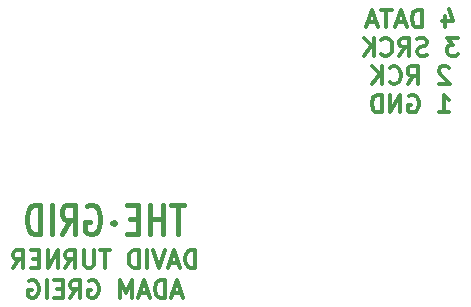
<source format=gbo>
%FSLAX46Y46*%
G04 Gerber Fmt 4.6, Leading zero omitted, Abs format (unit mm)*
G04 Created by KiCad (PCBNEW (2014-jan-25)-product) date Mon 14 Jul 2014 01:36:15 BST*
%MOMM*%
G01*
G04 APERTURE LIST*
%ADD10C,0.100000*%
%ADD11C,0.300000*%
%ADD12C,0.400000*%
%ADD13R,1.397000X1.397000*%
%ADD14C,1.397000*%
%ADD15C,1.778000*%
%ADD16R,1.778000X1.778000*%
%ADD17C,1.676400*%
%ADD18R,5.000000X7.000000*%
%ADD19O,5.000000X7.000000*%
%ADD20C,5.000000*%
%ADD21R,3.000000X3.000000*%
%ADD22C,3.000000*%
G04 APERTURE END LIST*
D10*
D11*
X136512286Y-45208000D02*
X135798000Y-45208000D01*
X136655143Y-45636571D02*
X136155143Y-44136571D01*
X135655143Y-45636571D01*
X135155143Y-45636571D02*
X135155143Y-44136571D01*
X134798000Y-44136571D01*
X134583715Y-44208000D01*
X134440857Y-44350857D01*
X134369429Y-44493714D01*
X134298000Y-44779429D01*
X134298000Y-44993714D01*
X134369429Y-45279429D01*
X134440857Y-45422286D01*
X134583715Y-45565143D01*
X134798000Y-45636571D01*
X135155143Y-45636571D01*
X133726572Y-45208000D02*
X133012286Y-45208000D01*
X133869429Y-45636571D02*
X133369429Y-44136571D01*
X132869429Y-45636571D01*
X132369429Y-45636571D02*
X132369429Y-44136571D01*
X131869429Y-45208000D01*
X131369429Y-44136571D01*
X131369429Y-45636571D01*
X128726572Y-44208000D02*
X128869429Y-44136571D01*
X129083715Y-44136571D01*
X129298000Y-44208000D01*
X129440858Y-44350857D01*
X129512286Y-44493714D01*
X129583715Y-44779429D01*
X129583715Y-44993714D01*
X129512286Y-45279429D01*
X129440858Y-45422286D01*
X129298000Y-45565143D01*
X129083715Y-45636571D01*
X128940858Y-45636571D01*
X128726572Y-45565143D01*
X128655143Y-45493714D01*
X128655143Y-44993714D01*
X128940858Y-44993714D01*
X127155143Y-45636571D02*
X127655143Y-44922286D01*
X128012286Y-45636571D02*
X128012286Y-44136571D01*
X127440858Y-44136571D01*
X127298000Y-44208000D01*
X127226572Y-44279429D01*
X127155143Y-44422286D01*
X127155143Y-44636571D01*
X127226572Y-44779429D01*
X127298000Y-44850857D01*
X127440858Y-44922286D01*
X128012286Y-44922286D01*
X126512286Y-44850857D02*
X126012286Y-44850857D01*
X125798000Y-45636571D02*
X126512286Y-45636571D01*
X126512286Y-44136571D01*
X125798000Y-44136571D01*
X125155143Y-45636571D02*
X125155143Y-44136571D01*
X123655143Y-44208000D02*
X123798000Y-44136571D01*
X124012286Y-44136571D01*
X124226571Y-44208000D01*
X124369429Y-44350857D01*
X124440857Y-44493714D01*
X124512286Y-44779429D01*
X124512286Y-44993714D01*
X124440857Y-45279429D01*
X124369429Y-45422286D01*
X124226571Y-45565143D01*
X124012286Y-45636571D01*
X123869429Y-45636571D01*
X123655143Y-45565143D01*
X123583714Y-45493714D01*
X123583714Y-44993714D01*
X123869429Y-44993714D01*
X137726571Y-43096571D02*
X137726571Y-41596571D01*
X137369428Y-41596571D01*
X137155143Y-41668000D01*
X137012285Y-41810857D01*
X136940857Y-41953714D01*
X136869428Y-42239429D01*
X136869428Y-42453714D01*
X136940857Y-42739429D01*
X137012285Y-42882286D01*
X137155143Y-43025143D01*
X137369428Y-43096571D01*
X137726571Y-43096571D01*
X136298000Y-42668000D02*
X135583714Y-42668000D01*
X136440857Y-43096571D02*
X135940857Y-41596571D01*
X135440857Y-43096571D01*
X135155143Y-41596571D02*
X134655143Y-43096571D01*
X134155143Y-41596571D01*
X133655143Y-43096571D02*
X133655143Y-41596571D01*
X132940857Y-43096571D02*
X132940857Y-41596571D01*
X132583714Y-41596571D01*
X132369429Y-41668000D01*
X132226571Y-41810857D01*
X132155143Y-41953714D01*
X132083714Y-42239429D01*
X132083714Y-42453714D01*
X132155143Y-42739429D01*
X132226571Y-42882286D01*
X132369429Y-43025143D01*
X132583714Y-43096571D01*
X132940857Y-43096571D01*
X130512286Y-41596571D02*
X129655143Y-41596571D01*
X130083714Y-43096571D02*
X130083714Y-41596571D01*
X129155143Y-41596571D02*
X129155143Y-42810857D01*
X129083715Y-42953714D01*
X129012286Y-43025143D01*
X128869429Y-43096571D01*
X128583715Y-43096571D01*
X128440857Y-43025143D01*
X128369429Y-42953714D01*
X128298000Y-42810857D01*
X128298000Y-41596571D01*
X126726571Y-43096571D02*
X127226571Y-42382286D01*
X127583714Y-43096571D02*
X127583714Y-41596571D01*
X127012286Y-41596571D01*
X126869428Y-41668000D01*
X126798000Y-41739429D01*
X126726571Y-41882286D01*
X126726571Y-42096571D01*
X126798000Y-42239429D01*
X126869428Y-42310857D01*
X127012286Y-42382286D01*
X127583714Y-42382286D01*
X126083714Y-43096571D02*
X126083714Y-41596571D01*
X125226571Y-43096571D01*
X125226571Y-41596571D01*
X124512285Y-42310857D02*
X124012285Y-42310857D01*
X123797999Y-43096571D02*
X124512285Y-43096571D01*
X124512285Y-41596571D01*
X123797999Y-41596571D01*
X122297999Y-43096571D02*
X122797999Y-42382286D01*
X123155142Y-43096571D02*
X123155142Y-41596571D01*
X122583714Y-41596571D01*
X122440856Y-41668000D01*
X122369428Y-41739429D01*
X122297999Y-41882286D01*
X122297999Y-42096571D01*
X122369428Y-42239429D01*
X122440856Y-42310857D01*
X122583714Y-42382286D01*
X123155142Y-42382286D01*
D12*
X136809905Y-37746952D02*
X135667048Y-37746952D01*
X136238476Y-40246952D02*
X136238476Y-37746952D01*
X135000381Y-40246952D02*
X135000381Y-37746952D01*
X135000381Y-38937429D02*
X133857523Y-38937429D01*
X133857523Y-40246952D02*
X133857523Y-37746952D01*
X132905143Y-38937429D02*
X132238476Y-38937429D01*
X131952762Y-40246952D02*
X132905143Y-40246952D01*
X132905143Y-37746952D01*
X131952762Y-37746952D01*
X130809904Y-39175524D02*
X130905142Y-39294571D01*
X130809904Y-39413619D01*
X130714666Y-39294571D01*
X130809904Y-39175524D01*
X130809904Y-39413619D01*
X128524189Y-37866000D02*
X128714666Y-37746952D01*
X129000380Y-37746952D01*
X129286094Y-37866000D01*
X129476570Y-38104095D01*
X129571809Y-38342190D01*
X129667047Y-38818381D01*
X129667047Y-39175524D01*
X129571809Y-39651714D01*
X129476570Y-39889810D01*
X129286094Y-40127905D01*
X129000380Y-40246952D01*
X128809904Y-40246952D01*
X128524189Y-40127905D01*
X128428951Y-40008857D01*
X128428951Y-39175524D01*
X128809904Y-39175524D01*
X126428951Y-40246952D02*
X127095618Y-39056476D01*
X127571809Y-40246952D02*
X127571809Y-37746952D01*
X126809904Y-37746952D01*
X126619428Y-37866000D01*
X126524189Y-37985048D01*
X126428951Y-38223143D01*
X126428951Y-38580286D01*
X126524189Y-38818381D01*
X126619428Y-38937429D01*
X126809904Y-39056476D01*
X127571809Y-39056476D01*
X125571809Y-40246952D02*
X125571809Y-37746952D01*
X124619428Y-40246952D02*
X124619428Y-37746952D01*
X124143237Y-37746952D01*
X123857523Y-37866000D01*
X123667047Y-38104095D01*
X123571808Y-38342190D01*
X123476570Y-38818381D01*
X123476570Y-39175524D01*
X123571808Y-39651714D01*
X123667047Y-39889810D01*
X123857523Y-40127905D01*
X124143237Y-40246952D01*
X124619428Y-40246952D01*
D11*
X158848856Y-21732571D02*
X158848856Y-22732571D01*
X159205999Y-21161143D02*
X159563142Y-22232571D01*
X158634570Y-22232571D01*
X156920285Y-22732571D02*
X156920285Y-21232571D01*
X156563142Y-21232571D01*
X156348857Y-21304000D01*
X156205999Y-21446857D01*
X156134571Y-21589714D01*
X156063142Y-21875429D01*
X156063142Y-22089714D01*
X156134571Y-22375429D01*
X156205999Y-22518286D01*
X156348857Y-22661143D01*
X156563142Y-22732571D01*
X156920285Y-22732571D01*
X155491714Y-22304000D02*
X154777428Y-22304000D01*
X155634571Y-22732571D02*
X155134571Y-21232571D01*
X154634571Y-22732571D01*
X154348857Y-21232571D02*
X153491714Y-21232571D01*
X153920285Y-22732571D02*
X153920285Y-21232571D01*
X153063143Y-22304000D02*
X152348857Y-22304000D01*
X153206000Y-22732571D02*
X152706000Y-21232571D01*
X152206000Y-22732571D01*
X159991713Y-23632571D02*
X159063142Y-23632571D01*
X159563142Y-24204000D01*
X159348856Y-24204000D01*
X159205999Y-24275429D01*
X159134570Y-24346857D01*
X159063142Y-24489714D01*
X159063142Y-24846857D01*
X159134570Y-24989714D01*
X159205999Y-25061143D01*
X159348856Y-25132571D01*
X159777428Y-25132571D01*
X159920285Y-25061143D01*
X159991713Y-24989714D01*
X157348857Y-25061143D02*
X157134571Y-25132571D01*
X156777428Y-25132571D01*
X156634571Y-25061143D01*
X156563142Y-24989714D01*
X156491714Y-24846857D01*
X156491714Y-24704000D01*
X156563142Y-24561143D01*
X156634571Y-24489714D01*
X156777428Y-24418286D01*
X157063142Y-24346857D01*
X157206000Y-24275429D01*
X157277428Y-24204000D01*
X157348857Y-24061143D01*
X157348857Y-23918286D01*
X157277428Y-23775429D01*
X157206000Y-23704000D01*
X157063142Y-23632571D01*
X156706000Y-23632571D01*
X156491714Y-23704000D01*
X154991714Y-25132571D02*
X155491714Y-24418286D01*
X155848857Y-25132571D02*
X155848857Y-23632571D01*
X155277429Y-23632571D01*
X155134571Y-23704000D01*
X155063143Y-23775429D01*
X154991714Y-23918286D01*
X154991714Y-24132571D01*
X155063143Y-24275429D01*
X155134571Y-24346857D01*
X155277429Y-24418286D01*
X155848857Y-24418286D01*
X153491714Y-24989714D02*
X153563143Y-25061143D01*
X153777429Y-25132571D01*
X153920286Y-25132571D01*
X154134571Y-25061143D01*
X154277429Y-24918286D01*
X154348857Y-24775429D01*
X154420286Y-24489714D01*
X154420286Y-24275429D01*
X154348857Y-23989714D01*
X154277429Y-23846857D01*
X154134571Y-23704000D01*
X153920286Y-23632571D01*
X153777429Y-23632571D01*
X153563143Y-23704000D01*
X153491714Y-23775429D01*
X152848857Y-25132571D02*
X152848857Y-23632571D01*
X151991714Y-25132571D02*
X152634571Y-24275429D01*
X151991714Y-23632571D02*
X152848857Y-24489714D01*
X159206000Y-26175429D02*
X159134571Y-26104000D01*
X158991714Y-26032571D01*
X158634571Y-26032571D01*
X158491714Y-26104000D01*
X158420285Y-26175429D01*
X158348857Y-26318286D01*
X158348857Y-26461143D01*
X158420285Y-26675429D01*
X159277428Y-27532571D01*
X158348857Y-27532571D01*
X155706000Y-27532571D02*
X156206000Y-26818286D01*
X156563143Y-27532571D02*
X156563143Y-26032571D01*
X155991715Y-26032571D01*
X155848857Y-26104000D01*
X155777429Y-26175429D01*
X155706000Y-26318286D01*
X155706000Y-26532571D01*
X155777429Y-26675429D01*
X155848857Y-26746857D01*
X155991715Y-26818286D01*
X156563143Y-26818286D01*
X154206000Y-27389714D02*
X154277429Y-27461143D01*
X154491715Y-27532571D01*
X154634572Y-27532571D01*
X154848857Y-27461143D01*
X154991715Y-27318286D01*
X155063143Y-27175429D01*
X155134572Y-26889714D01*
X155134572Y-26675429D01*
X155063143Y-26389714D01*
X154991715Y-26246857D01*
X154848857Y-26104000D01*
X154634572Y-26032571D01*
X154491715Y-26032571D01*
X154277429Y-26104000D01*
X154206000Y-26175429D01*
X153563143Y-27532571D02*
X153563143Y-26032571D01*
X152706000Y-27532571D02*
X153348857Y-26675429D01*
X152706000Y-26032571D02*
X153563143Y-26889714D01*
X158384571Y-29932571D02*
X159241714Y-29932571D01*
X158813142Y-29932571D02*
X158813142Y-28432571D01*
X158955999Y-28646857D01*
X159098857Y-28789714D01*
X159241714Y-28861143D01*
X155813143Y-28504000D02*
X155956000Y-28432571D01*
X156170286Y-28432571D01*
X156384571Y-28504000D01*
X156527429Y-28646857D01*
X156598857Y-28789714D01*
X156670286Y-29075429D01*
X156670286Y-29289714D01*
X156598857Y-29575429D01*
X156527429Y-29718286D01*
X156384571Y-29861143D01*
X156170286Y-29932571D01*
X156027429Y-29932571D01*
X155813143Y-29861143D01*
X155741714Y-29789714D01*
X155741714Y-29289714D01*
X156027429Y-29289714D01*
X155098857Y-29932571D02*
X155098857Y-28432571D01*
X154241714Y-29932571D01*
X154241714Y-28432571D01*
X153527428Y-29932571D02*
X153527428Y-28432571D01*
X153170285Y-28432571D01*
X152956000Y-28504000D01*
X152813142Y-28646857D01*
X152741714Y-28789714D01*
X152670285Y-29075429D01*
X152670285Y-29289714D01*
X152741714Y-29575429D01*
X152813142Y-29718286D01*
X152956000Y-29861143D01*
X153170285Y-29932571D01*
X153527428Y-29932571D01*
%LPC*%
D13*
X126365000Y-54610000D03*
D14*
X126365000Y-57150000D03*
X126365000Y-59690000D03*
X126365000Y-62230000D03*
X126365000Y-64770000D03*
X126365000Y-67310000D03*
X126365000Y-69850000D03*
X126365000Y-72390000D03*
X133985000Y-72390000D03*
X133985000Y-69850000D03*
X133985000Y-67310000D03*
X133985000Y-64770000D03*
X133985000Y-62230000D03*
X133985000Y-59690000D03*
X133985000Y-57150000D03*
X133985000Y-54610000D03*
D15*
X125222000Y-82296000D03*
X125222000Y-79756000D03*
D16*
X125222000Y-77216000D03*
D17*
X160020000Y-34798000D03*
X162560000Y-34798000D03*
X159766000Y-48006000D03*
X162306000Y-48006000D03*
X160528000Y-61976000D03*
X163068000Y-61976000D03*
X160020000Y-75184000D03*
X162560000Y-75184000D03*
X159766000Y-88900000D03*
X162306000Y-88900000D03*
X159766000Y-102362000D03*
X162306000Y-102362000D03*
X159766000Y-115062000D03*
X162306000Y-115062000D03*
D14*
X129286000Y-85344000D03*
X129286000Y-82804000D03*
X129286000Y-76962000D03*
X129286000Y-79502000D03*
X128905000Y-49530000D03*
X131445000Y-49530000D03*
D18*
X133096000Y-106172000D03*
D19*
X125984000Y-106172000D03*
D20*
X133604000Y-113792000D03*
X125476000Y-113792000D03*
D13*
X123825000Y-30480000D03*
D14*
X123825000Y-27940000D03*
X123825000Y-25400000D03*
X123825000Y-22860000D03*
D13*
X168910000Y-30480000D03*
D14*
X168910000Y-27940000D03*
X168910000Y-25400000D03*
X168910000Y-22860000D03*
D15*
X145034000Y-26162000D03*
X147574000Y-26162000D03*
D16*
X150114000Y-26162000D03*
D15*
X145034000Y-40132000D03*
X147574000Y-40132000D03*
D16*
X150114000Y-40132000D03*
D15*
X145034000Y-54102000D03*
X147574000Y-54102000D03*
D16*
X150114000Y-54102000D03*
D15*
X145034000Y-68072000D03*
X147574000Y-68072000D03*
D16*
X150114000Y-68072000D03*
D15*
X145034000Y-82042000D03*
X147574000Y-82042000D03*
D16*
X150114000Y-82042000D03*
D15*
X145034000Y-96012000D03*
X147574000Y-96012000D03*
D16*
X150114000Y-96012000D03*
D15*
X145034000Y-109474000D03*
X147574000Y-109474000D03*
D16*
X150114000Y-109474000D03*
D14*
X143256000Y-30480000D03*
X150876000Y-30480000D03*
X144018000Y-34036000D03*
X136398000Y-34036000D03*
X144780000Y-44450000D03*
X152400000Y-44450000D03*
X144526000Y-48006000D03*
X136906000Y-48006000D03*
X145034000Y-58547000D03*
X152654000Y-58547000D03*
X146304000Y-61976000D03*
X138684000Y-61976000D03*
X145034000Y-72517000D03*
X152654000Y-72517000D03*
X145542000Y-75946000D03*
X137922000Y-75946000D03*
X145034000Y-100457000D03*
X152654000Y-100457000D03*
X146685000Y-103505000D03*
X139065000Y-103505000D03*
X145034000Y-113792000D03*
X152654000Y-113792000D03*
X146304000Y-117094000D03*
X138684000Y-117094000D03*
X144145000Y-86360000D03*
X151765000Y-86360000D03*
X145288000Y-89916000D03*
X137668000Y-89916000D03*
X155194000Y-34036000D03*
X147574000Y-34036000D03*
X155702000Y-48006000D03*
X148082000Y-48006000D03*
X157226000Y-61976000D03*
X149606000Y-61976000D03*
X156718000Y-75946000D03*
X149098000Y-75946000D03*
X156464000Y-89916000D03*
X148844000Y-89916000D03*
X156718000Y-103886000D03*
X149098000Y-103886000D03*
X156718000Y-117094000D03*
X149098000Y-117094000D03*
D21*
X162560000Y-28770000D03*
D22*
X162560000Y-24570000D03*
D21*
X168402000Y-43756000D03*
D22*
X168402000Y-39556000D03*
D21*
X168275000Y-57980000D03*
D22*
X168275000Y-53780000D03*
D21*
X168275000Y-72585000D03*
D22*
X168275000Y-68385000D03*
D21*
X168275000Y-87190000D03*
D22*
X168275000Y-82990000D03*
D21*
X168275000Y-101795000D03*
D22*
X168275000Y-97595000D03*
D21*
X168402000Y-115892000D03*
D22*
X168402000Y-111692000D03*
M02*

</source>
